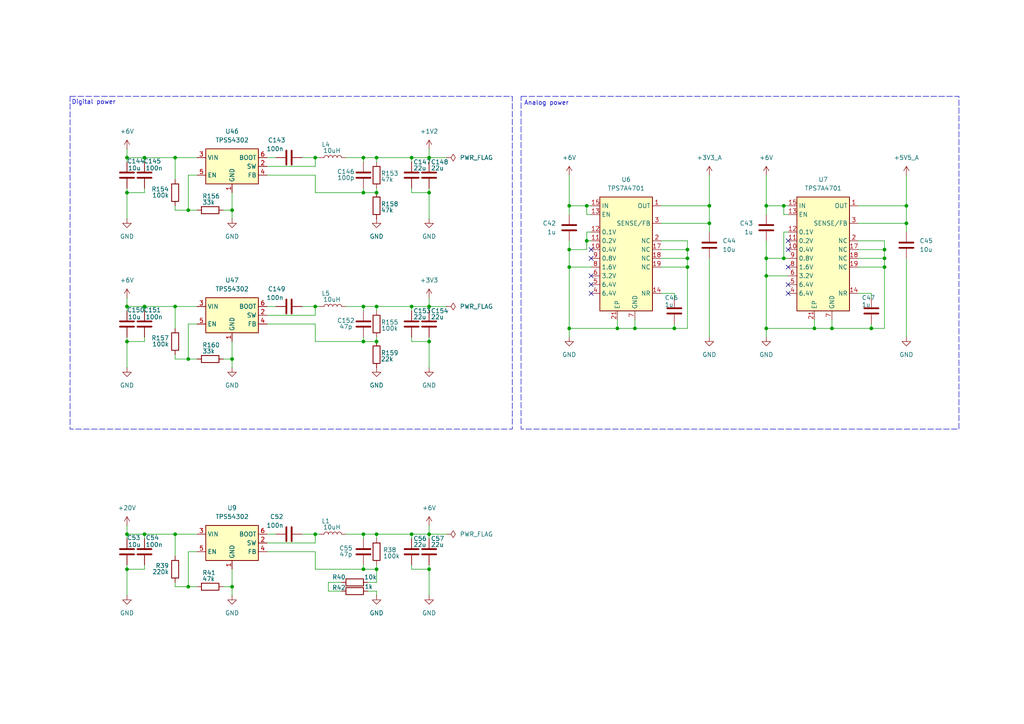
<source format=kicad_sch>
(kicad_sch (version 20250114) (generator "eeschema") (generator_version "9.0")
  (paper "A4")
  (lib_symbols
    (symbol "Device:C" (pin_numbers (hide yes)) (pin_names (offset 0.254))
      (property "Reference" "C" (at 0.635 2.54 0))
      (property "Value" "C" (at 0.635 -2.54 0))
      (symbol "C_0_1"
        (polyline (pts (xy -2.032 0.762) (xy 2.032 0.762)) (stroke (width 0.508)))
        (polyline (pts (xy -2.032 -0.762) (xy 2.032 -0.762)) (stroke (width 0.508)))
      )
      (symbol "C_1_1"
        (pin passive line (at 0 3.81 270) (length 2.794) (name "~") (number "1"))
        (pin passive line (at 0 -3.81 90) (length 2.794) (name "~") (number "2"))
      )
    )
    (symbol "Device:L" (pin_numbers (hide yes)) (pin_names (offset 1.016) (hide yes))
      (property "Reference" "L" (at -1.27 0 90))
      (property "Value" "L" (at 1.905 0 90))
      (symbol "L_0_1"
        (arc (start 0 2.54) (mid 0.6323 1.905) (end 0 1.27))
        (arc (start 0 1.27) (mid 0.6323 0.635) (end 0 0))
        (arc (start 0 0) (mid 0.6323 -0.635) (end 0 -1.27))
        (arc (start 0 -1.27) (mid 0.6323 -1.905) (end 0 -2.54))
      )
      (symbol "L_1_1"
        (pin passive line (at 0 3.81 270) (length 1.27) (name "1") (number "1"))
        (pin passive line (at 0 -3.81 90) (length 1.27) (name "2") (number "2"))
      )
    )
    (symbol "Device:R" (pin_numbers (hide yes)) (pin_names (offset 0))
      (property "Reference" "R" (at 2.032 0 90))
      (property "Value" "R" (at 0 0 90))
      (symbol "R_0_1"
        (rectangle (start -1.016 -2.54) (end 1.016 2.54) (stroke (width 0.254)))
      )
      (symbol "R_1_1"
        (pin passive line (at 0 3.81 270) (length 1.27) (name "~") (number "1"))
        (pin passive line (at 0 -3.81 90) (length 1.27) (name "~") (number "2"))
      )
    )
    (symbol "Regulator_Switching:TPS54302"
      (property "Reference" "U" (at -7.62 6.35 0))
      (property "Value" "TPS54302" (at 0 6.35 0))
      (symbol "TPS54302_0_1"
        (rectangle (start -7.62 5.08) (end 7.62 -5.08) (stroke (width 0.254)) (fill (type background)))
      )
      (symbol "TPS54302_1_1"
        (pin power_in line (at -10.16 2.54 0) (length 2.54) (name "VIN") (number "3"))
        (pin input line (at -10.16 -2.54 0) (length 2.54) (name "EN") (number "5"))
        (pin power_in line (at 0 -7.62 90) (length 2.54) (name "GND") (number "1"))
        (pin passive line (at 10.16 2.54 180) (length 2.54) (name "BOOT") (number "6"))
        (pin power_out line (at 10.16 0 180) (length 2.54) (name "SW") (number "2"))
        (pin input line (at 10.16 -2.54 180) (length 2.54) (name "FB") (number "4"))
      )
    )
    (symbol "power:+1V2" (power) (pin_numbers (hide yes)) (pin_names (offset 0) (hide yes))
      (property "Value" "+1V2" (at 0 3.556 0))
      (symbol "+1V2_0_1"
        (polyline (pts (xy -0.762 1.27) (xy 0 2.54)))
        (polyline (pts (xy 0 2.54) (xy 0.762 1.27)))
        (polyline (pts (xy 0 0) (xy 0 2.54)))
      )
      (symbol "+1V2_1_1"
        (pin power_in line (at 0 0 90) (length 0) (name "~") (number "1"))
      )
    )
    (symbol "power:+3V3" (power) (pin_numbers (hide yes)) (pin_names (offset 0) (hide yes))
      (property "Value" "+3V3" (at 0 3.556 0))
      (symbol "+3V3_0_1"
        (polyline (pts (xy -0.762 1.27) (xy 0 2.54)))
        (polyline (pts (xy 0 2.54) (xy 0.762 1.27)))
        (polyline (pts (xy 0 0) (xy 0 2.54)))
      )
      (symbol "+3V3_1_1"
        (pin power_in line (at 0 0 90) (length 0) (name "~") (number "1"))
      )
    )
    (symbol "power:+5V" (power) (pin_numbers (hide yes)) (pin_names (offset 0) (hide yes))
      (property "Value" "+5V" (at 0 3.556 0))
      (symbol "+5V_0_1"
        (polyline (pts (xy -0.762 1.27) (xy 0 2.54)))
        (polyline (pts (xy 0 2.54) (xy 0.762 1.27)))
        (polyline (pts (xy 0 0) (xy 0 2.54)))
      )
      (symbol "+5V_1_1"
        (pin power_in line (at 0 0 90) (length 0) (name "~") (number "1"))
      )
    )
    (symbol "power:+6V" (power) (pin_numbers (hide yes)) (pin_names (offset 0) (hide yes))
      (property "Value" "+6V" (at 0 3.556 0))
      (symbol "+6V_0_1"
        (polyline (pts (xy -0.762 1.27) (xy 0 2.54)))
        (polyline (pts (xy 0 2.54) (xy 0.762 1.27)))
        (polyline (pts (xy 0 0) (xy 0 2.54)))
      )
      (symbol "+6V_1_1"
        (pin power_in line (at 0 0 90) (length 0) (name "~") (number "1"))
      )
    )
    (symbol "power:GND" (power) (pin_numbers (hide yes)) (pin_names (offset 0) (hide yes))
      (property "Value" "GND" (at 0 -3.81 0))
      (symbol "GND_0_1"
        (polyline (pts (xy 0 0) (xy 0 -1.27) (xy 1.27 -1.27) (xy 0 -2.54) (xy -1.27 -1.27) (xy 0 -1.27)))
      )
      (symbol "GND_1_1"
        (pin power_in line (at 0 0 270) (length 0) (name "~") (number "1"))
      )
    )
    (symbol "power:PWR_FLAG" (power) (pin_numbers (hide yes)) (pin_names (offset 0) (hide yes))
      (property "Value" "PWR_FLAG" (at 0 3.81 0))
      (symbol "PWR_FLAG_0_0"
        (pin power_out line (at 0 0 90) (length 0) (name "~") (number "1"))
      )
      (symbol "PWR_FLAG_0_1"
        (polyline (pts (xy 0 0) (xy 0 1.27) (xy -1.016 1.905) (xy 0 2.54) (xy 1.016 1.905) (xy 0 1.27)))
      )
    )
    (symbol "tps7a4701:TPS7A4701xRGW"
      (property "Reference" "U" (at -6.35 19.05 0))
      (property "Value" "TPS7A4701xRGW" (at 3.81 19.05 0))
      (symbol "TPS7A4701xRGW_0_1"
        (rectangle (start -7.62 17.78) (end 7.62 -15.24) (stroke (width 0.254)) (fill (type background)))
      )
      (symbol "TPS7A4701xRGW_1_1"
        (pin power_in line (at -10.16 15.24 0) (length 2.54) (name "IN") (number "15"))
        (pin passive line (at -10.16 15.24 0) (length 2.54) (hide yes) (name "IN") (number "16"))
        (pin input line (at -10.16 12.7 0) (length 2.54) (name "EN") (number "13"))
        (pin input line (at -10.16 7.62 0) (length 2.54) (name "0.1V") (number "12"))
        (pin input line (at -10.16 5.08 0) (length 2.54) (name "0.2V") (number "11"))
        (pin input line (at -10.16 2.54 0) (length 2.54) (name "0.4V") (number "10"))
        (pin input line (at -10.16 0 0) (length 2.54) (name "0.8V") (number "9"))
        (pin input line (at -10.16 -2.54 0) (length 2.54) (name "1.6V") (number "8"))
        (pin input line (at -10.16 -5.08 0) (length 2.54) (name "3.2V") (number "6"))
        (pin input line (at -10.16 -7.62 0) (length 2.54) (name "6.4V") (number "5"))
        (pin input line (at -10.16 -10.16 0) (length 2.54) (name "6.4V") (number "4"))
        (pin passive line (at -2.54 -17.78 90) (length 2.54) (name "EP") (number "21"))
        (pin power_in line (at 2.54 -17.78 90) (length 2.54) (name "GND") (number "7"))
        (pin power_out line (at 10.16 15.24 180) (length 2.54) (name "OUT") (number "1"))
        (pin power_out line (at 10.16 15.24 180) (length 2.54) (hide yes) (name "OUT") (number "20"))
        (pin input line (at 10.16 10.16 180) (length 2.54) (name "SENSE/FB") (number "3"))
        (pin passive line (at 10.16 5.08 180) (length 2.54) (name "NC") (number "2"))
        (pin passive line (at 10.16 2.54 180) (length 2.54) (name "NC") (number "17"))
        (pin passive line (at 10.16 0 180) (length 2.54) (name "NC") (number "18"))
        (pin passive line (at 10.16 -2.54 180) (length 2.54) (name "NC") (number "19"))
        (pin passive line (at 10.16 -10.16 180) (length 2.54) (name "NR") (number "14"))
      )
    )
  )
  (rectangle (start 151.13 27.94) (end 278.13 124.46) (stroke (width 0) (type dash)))
  (rectangle (start 20.32 27.94) (end 148.59 124.46) (stroke (width 0) (type dash)))
  (text "Analog power" (at 158.496 29.972 0) (effects (font (size 1.27 1.27))))
  (text "Digital power" (at 27.178 29.718 0) (effects (font (size 1.27 1.27))))
  (junction (at 170.18 69.85))
  (junction (at 36.83 45.72))
  (junction (at 41.91 88.9))
  (junction (at 109.22 88.9))
  (junction (at 241.3 95.25))
  (junction (at 252.73 95.25))
  (junction (at 36.83 99.06))
  (junction (at 236.22 95.25))
  (junction (at 109.22 55.88))
  (junction (at 205.74 59.69))
  (junction (at 67.31 170.18))
  (junction (at 105.41 88.9))
  (junction (at 195.58 95.25))
  (junction (at 54.61 60.96))
  (junction (at 109.22 99.06))
  (junction (at 105.41 99.06))
  (junction (at 124.46 55.88))
  (junction (at 54.61 104.14))
  (junction (at 222.25 95.25))
  (junction (at 124.46 99.06))
  (junction (at 105.41 154.94))
  (junction (at 50.8 45.72))
  (junction (at 119.38 88.9))
  (junction (at 199.39 72.39))
  (junction (at 105.41 55.88))
  (junction (at 124.46 165.1))
  (junction (at 124.46 88.9))
  (junction (at 256.54 77.47))
  (junction (at 91.44 88.9))
  (junction (at 256.54 74.93))
  (junction (at 41.91 45.72))
  (junction (at 67.31 104.14))
  (junction (at 222.25 80.01))
  (junction (at 165.1 72.39))
  (junction (at 222.25 74.93))
  (junction (at 54.61 170.18))
  (junction (at 165.1 77.47))
  (junction (at 41.91 154.94))
  (junction (at 179.07 95.25))
  (junction (at 50.8 88.9))
  (junction (at 262.89 64.77))
  (junction (at 227.33 74.93))
  (junction (at 222.25 59.69))
  (junction (at 124.46 154.94))
  (junction (at 105.41 45.72))
  (junction (at 262.89 59.69))
  (junction (at 109.22 45.72))
  (junction (at 109.22 165.1))
  (junction (at 67.31 60.96))
  (junction (at 227.33 59.69))
  (junction (at 124.46 45.72))
  (junction (at 36.83 154.94))
  (junction (at 199.39 74.93))
  (junction (at 184.15 95.25))
  (junction (at 36.83 165.1))
  (junction (at 199.39 77.47))
  (junction (at 50.8 154.94))
  (junction (at 256.54 72.39))
  (junction (at 119.38 154.94))
  (junction (at 36.83 88.9))
  (junction (at 105.41 165.1))
  (junction (at 109.22 154.94))
  (junction (at 91.44 154.94))
  (junction (at 119.38 45.72))
  (junction (at 205.74 64.77))
  (junction (at 170.18 59.69))
  (junction (at 91.44 45.72))
  (junction (at 165.1 59.69))
  (junction (at 36.83 55.88))
  (junction (at 165.1 95.25))
  (no_connect (at 171.45 72.39))
  (no_connect (at 171.45 82.55))
  (no_connect (at 228.6 85.09))
  (no_connect (at 228.6 82.55))
  (no_connect (at 171.45 74.93))
  (no_connect (at 228.6 77.47))
  (no_connect (at 228.6 69.85))
  (no_connect (at 228.6 72.39))
  (no_connect (at 171.45 80.01))
  (no_connect (at 171.45 85.09))
  (wire (pts (xy 227.33 59.69) (xy 228.6 59.69)))
  (wire (pts (xy 241.3 92.71) (xy 241.3 95.25)))
  (wire (pts (xy 36.83 54.61) (xy 36.83 55.88)))
  (wire (pts (xy 50.8 60.96) (xy 50.8 59.69)))
  (wire (pts (xy 199.39 72.39) (xy 199.39 74.93)))
  (wire (pts (xy 199.39 77.47) (xy 199.39 95.25)))
  (wire (pts (xy 228.6 67.31) (xy 227.33 67.31)))
  (wire (pts (xy 248.92 77.47) (xy 256.54 77.47)))
  (wire (pts (xy 41.91 154.94) (xy 41.91 156.21)))
  (wire (pts (xy 109.22 154.94) (xy 109.22 156.21)))
  (wire (pts (xy 252.73 85.09) (xy 252.73 86.36)))
  (wire (pts (xy 77.47 91.44) (xy 91.44 91.44)))
  (wire (pts (xy 36.83 88.9) (xy 36.83 90.17)))
  (wire (pts (xy 91.44 45.72) (xy 92.71 45.72)))
  (wire (pts (xy 36.83 163.83) (xy 36.83 165.1)))
  (wire (pts (xy 248.92 74.93) (xy 256.54 74.93)))
  (wire (pts (xy 41.91 97.79) (xy 41.91 99.06)))
  (wire (pts (xy 191.77 74.93) (xy 199.39 74.93)))
  (wire (pts (xy 222.25 59.69) (xy 227.33 59.69)))
  (wire (pts (xy 54.61 170.18) (xy 57.15 170.18)))
  (wire (pts (xy 41.91 45.72) (xy 50.8 45.72)))
  (wire (pts (xy 105.41 163.83) (xy 105.41 165.1)))
  (wire (pts (xy 195.58 93.98) (xy 195.58 95.25)))
  (wire (pts (xy 91.44 88.9) (xy 91.44 91.44)))
  (wire (pts (xy 95.25 168.91) (xy 95.25 171.45)))
  (wire (pts (xy 171.45 67.31) (xy 170.18 67.31)))
  (wire (pts (xy 100.33 45.72) (xy 105.41 45.72)))
  (wire (pts (xy 124.46 165.1) (xy 124.46 172.72)))
  (wire (pts (xy 124.46 154.94) (xy 129.54 154.94)))
  (wire (pts (xy 248.92 59.69) (xy 262.89 59.69)))
  (wire (pts (xy 165.1 59.69) (xy 170.18 59.69)))
  (wire (pts (xy 227.33 62.23) (xy 227.33 59.69)))
  (wire (pts (xy 50.8 88.9) (xy 50.8 95.25)))
  (wire (pts (xy 124.46 88.9) (xy 129.54 88.9)))
  (wire (pts (xy 50.8 60.96) (xy 54.61 60.96)))
  (wire (pts (xy 109.22 171.45) (xy 109.22 172.72)))
  (wire (pts (xy 252.73 95.25) (xy 256.54 95.25)))
  (wire (pts (xy 165.1 62.23) (xy 165.1 59.69)))
  (wire (pts (xy 105.41 45.72) (xy 105.41 46.99)))
  (wire (pts (xy 119.38 88.9) (xy 119.38 90.17)))
  (wire (pts (xy 119.38 154.94) (xy 119.38 156.21)))
  (wire (pts (xy 54.61 60.96) (xy 57.15 60.96)))
  (wire (pts (xy 36.83 45.72) (xy 41.91 45.72)))
  (wire (pts (xy 36.83 88.9) (xy 41.91 88.9)))
  (wire (pts (xy 77.47 157.48) (xy 91.44 157.48)))
  (wire (pts (xy 109.22 54.61) (xy 109.22 55.88)))
  (wire (pts (xy 64.77 104.14) (xy 67.31 104.14)))
  (wire (pts (xy 191.77 72.39) (xy 199.39 72.39)))
  (wire (pts (xy 109.22 45.72) (xy 119.38 45.72)))
  (wire (pts (xy 106.68 171.45) (xy 109.22 171.45)))
  (wire (pts (xy 222.25 62.23) (xy 222.25 59.69)))
  (wire (pts (xy 67.31 165.1) (xy 67.31 170.18)))
  (wire (pts (xy 50.8 88.9) (xy 57.15 88.9)))
  (wire (pts (xy 262.89 67.31) (xy 262.89 64.77)))
  (wire (pts (xy 109.22 154.94) (xy 119.38 154.94)))
  (wire (pts (xy 54.61 50.8) (xy 54.61 60.96)))
  (wire (pts (xy 50.8 154.94) (xy 57.15 154.94)))
  (wire (pts (xy 124.46 154.94) (xy 119.38 154.94)))
  (wire (pts (xy 119.38 97.79) (xy 119.38 99.06)))
  (wire (pts (xy 170.18 59.69) (xy 171.45 59.69)))
  (wire (pts (xy 105.41 55.88) (xy 109.22 55.88)))
  (wire (pts (xy 54.61 93.98) (xy 54.61 104.14)))
  (wire (pts (xy 248.92 64.77) (xy 262.89 64.77)))
  (wire (pts (xy 105.41 88.9) (xy 109.22 88.9)))
  (wire (pts (xy 36.83 99.06) (xy 41.91 99.06)))
  (wire (pts (xy 191.77 64.77) (xy 205.74 64.77)))
  (wire (pts (xy 67.31 55.88) (xy 67.31 60.96)))
  (wire (pts (xy 241.3 95.25) (xy 252.73 95.25)))
  (wire (pts (xy 77.47 48.26) (xy 91.44 48.26)))
  (wire (pts (xy 109.22 165.1) (xy 109.22 168.91)))
  (wire (pts (xy 91.44 93.98) (xy 91.44 99.06)))
  (wire (pts (xy 256.54 77.47) (xy 256.54 95.25)))
  (wire (pts (xy 222.25 50.8) (xy 222.25 59.69)))
  (wire (pts (xy 80.01 45.72) (xy 77.47 45.72)))
  (wire (pts (xy 124.46 154.94) (xy 124.46 156.21)))
  (wire (pts (xy 248.92 72.39) (xy 256.54 72.39)))
  (wire (pts (xy 222.25 69.85) (xy 222.25 74.93)))
  (wire (pts (xy 252.73 93.98) (xy 252.73 95.25)))
  (wire (pts (xy 262.89 64.77) (xy 262.89 59.69)))
  (wire (pts (xy 119.38 45.72) (xy 119.38 46.99)))
  (wire (pts (xy 95.25 171.45) (xy 99.06 171.45)))
  (wire (pts (xy 87.63 154.94) (xy 91.44 154.94)))
  (wire (pts (xy 165.1 77.47) (xy 165.1 95.25)))
  (wire (pts (xy 36.83 165.1) (xy 36.83 172.72)))
  (wire (pts (xy 165.1 72.39) (xy 165.1 77.47)))
  (wire (pts (xy 67.31 60.96) (xy 67.31 63.5)))
  (wire (pts (xy 99.06 168.91) (xy 95.25 168.91)))
  (wire (pts (xy 124.46 99.06) (xy 124.46 106.68)))
  (wire (pts (xy 170.18 62.23) (xy 170.18 59.69)))
  (wire (pts (xy 77.47 50.8) (xy 91.44 50.8)))
  (wire (pts (xy 91.44 154.94) (xy 91.44 157.48)))
  (wire (pts (xy 36.83 165.1) (xy 41.91 165.1)))
  (wire (pts (xy 124.46 55.88) (xy 119.38 55.88)))
  (wire (pts (xy 191.77 77.47) (xy 199.39 77.47)))
  (wire (pts (xy 195.58 95.25) (xy 199.39 95.25)))
  (wire (pts (xy 67.31 170.18) (xy 67.31 172.72)))
  (wire (pts (xy 91.44 160.02) (xy 91.44 165.1)))
  (wire (pts (xy 91.44 99.06) (xy 105.41 99.06)))
  (wire (pts (xy 41.91 54.61) (xy 41.91 55.88)))
  (wire (pts (xy 100.33 88.9) (xy 105.41 88.9)))
  (wire (pts (xy 124.46 88.9) (xy 119.38 88.9)))
  (wire (pts (xy 57.15 50.8) (xy 54.61 50.8)))
  (wire (pts (xy 105.41 154.94) (xy 109.22 154.94)))
  (wire (pts (xy 222.25 80.01) (xy 228.6 80.01)))
  (wire (pts (xy 105.41 154.94) (xy 105.41 156.21)))
  (wire (pts (xy 199.39 74.93) (xy 199.39 77.47)))
  (wire (pts (xy 165.1 95.25) (xy 165.1 97.79)))
  (wire (pts (xy 205.74 67.31) (xy 205.74 64.77)))
  (wire (pts (xy 124.46 163.83) (xy 124.46 165.1)))
  (wire (pts (xy 205.74 59.69) (xy 205.74 50.8)))
  (wire (pts (xy 91.44 50.8) (xy 91.44 55.88)))
  (wire (pts (xy 165.1 69.85) (xy 165.1 72.39)))
  (wire (pts (xy 195.58 85.09) (xy 191.77 85.09)))
  (wire (pts (xy 227.33 74.93) (xy 228.6 74.93)))
  (wire (pts (xy 256.54 74.93) (xy 256.54 77.47)))
  (wire (pts (xy 124.46 152.4) (xy 124.46 154.94)))
  (wire (pts (xy 124.46 54.61) (xy 124.46 55.88)))
  (wire (pts (xy 36.83 55.88) (xy 41.91 55.88)))
  (wire (pts (xy 57.15 93.98) (xy 54.61 93.98)))
  (wire (pts (xy 67.31 104.14) (xy 67.31 106.68)))
  (wire (pts (xy 67.31 99.06) (xy 67.31 104.14)))
  (wire (pts (xy 105.41 45.72) (xy 109.22 45.72)))
  (wire (pts (xy 124.46 45.72) (xy 119.38 45.72)))
  (wire (pts (xy 36.83 45.72) (xy 36.83 46.99)))
  (wire (pts (xy 50.8 170.18) (xy 50.8 168.91)))
  (wire (pts (xy 124.46 86.36) (xy 124.46 88.9)))
  (wire (pts (xy 36.83 154.94) (xy 36.83 156.21)))
  (wire (pts (xy 64.77 170.18) (xy 67.31 170.18)))
  (wire (pts (xy 195.58 85.09) (xy 195.58 86.36)))
  (wire (pts (xy 91.44 45.72) (xy 91.44 48.26)))
  (wire (pts (xy 77.47 93.98) (xy 91.44 93.98)))
  (wire (pts (xy 109.22 88.9) (xy 109.22 90.17)))
  (wire (pts (xy 91.44 55.88) (xy 105.41 55.88)))
  (wire (pts (xy 50.8 154.94) (xy 50.8 161.29)))
  (wire (pts (xy 124.46 55.88) (xy 124.46 63.5)))
  (wire (pts (xy 91.44 88.9) (xy 92.71 88.9)))
  (wire (pts (xy 124.46 97.79) (xy 124.46 99.06)))
  (wire (pts (xy 41.91 163.83) (xy 41.91 165.1)))
  (wire (pts (xy 179.07 95.25) (xy 165.1 95.25)))
  (wire (pts (xy 119.38 163.83) (xy 119.38 165.1)))
  (wire (pts (xy 191.77 69.85) (xy 199.39 69.85)))
  (wire (pts (xy 227.33 62.23) (xy 228.6 62.23)))
  (wire (pts (xy 109.22 88.9) (xy 119.38 88.9)))
  (wire (pts (xy 36.83 99.06) (xy 36.83 106.68)))
  (wire (pts (xy 80.01 154.94) (xy 77.47 154.94)))
  (wire (pts (xy 124.46 45.72) (xy 129.54 45.72)))
  (wire (pts (xy 119.38 54.61) (xy 119.38 55.88)))
  (wire (pts (xy 36.83 86.36) (xy 36.83 88.9)))
  (wire (pts (xy 184.15 95.25) (xy 179.07 95.25)))
  (wire (pts (xy 105.41 97.79) (xy 105.41 99.06)))
  (wire (pts (xy 124.46 99.06) (xy 119.38 99.06)))
  (wire (pts (xy 91.44 165.1) (xy 105.41 165.1)))
  (wire (pts (xy 41.91 45.72) (xy 41.91 46.99)))
  (wire (pts (xy 170.18 67.31) (xy 170.18 69.85)))
  (wire (pts (xy 64.77 60.96) (xy 67.31 60.96)))
  (wire (pts (xy 179.07 92.71) (xy 179.07 95.25)))
  (wire (pts (xy 36.83 55.88) (xy 36.83 63.5)))
  (wire (pts (xy 262.89 59.69) (xy 262.89 50.8)))
  (wire (pts (xy 252.73 85.09) (xy 248.92 85.09)))
  (wire (pts (xy 222.25 80.01) (xy 222.25 95.25)))
  (wire (pts (xy 124.46 45.72) (xy 124.46 46.99)))
  (wire (pts (xy 87.63 45.72) (xy 91.44 45.72)))
  (wire (pts (xy 170.18 62.23) (xy 171.45 62.23)))
  (wire (pts (xy 199.39 69.85) (xy 199.39 72.39)))
  (wire (pts (xy 205.74 64.77) (xy 205.74 59.69)))
  (wire (pts (xy 184.15 95.25) (xy 195.58 95.25)))
  (wire (pts (xy 256.54 69.85) (xy 256.54 72.39)))
  (wire (pts (xy 41.91 88.9) (xy 50.8 88.9)))
  (wire (pts (xy 100.33 154.94) (xy 105.41 154.94)))
  (wire (pts (xy 87.63 88.9) (xy 91.44 88.9)))
  (wire (pts (xy 222.25 74.93) (xy 227.33 74.93)))
  (wire (pts (xy 109.22 97.79) (xy 109.22 99.06)))
  (wire (pts (xy 36.83 43.18) (xy 36.83 45.72)))
  (wire (pts (xy 50.8 45.72) (xy 50.8 52.07)))
  (wire (pts (xy 236.22 92.71) (xy 236.22 95.25)))
  (wire (pts (xy 248.92 69.85) (xy 256.54 69.85)))
  (wire (pts (xy 41.91 154.94) (xy 50.8 154.94)))
  (wire (pts (xy 184.15 92.71) (xy 184.15 95.25)))
  (wire (pts (xy 191.77 59.69) (xy 205.74 59.69)))
  (wire (pts (xy 105.41 88.9) (xy 105.41 90.17)))
  (wire (pts (xy 41.91 88.9) (xy 41.91 90.17)))
  (wire (pts (xy 262.89 97.79) (xy 262.89 74.93)))
  (wire (pts (xy 50.8 104.14) (xy 54.61 104.14)))
  (wire (pts (xy 36.83 152.4) (xy 36.83 154.94)))
  (wire (pts (xy 50.8 45.72) (xy 57.15 45.72)))
  (wire (pts (xy 80.01 88.9) (xy 77.47 88.9)))
  (wire (pts (xy 205.74 97.79) (xy 205.74 74.93)))
  (wire (pts (xy 91.44 154.94) (xy 92.71 154.94)))
  (wire (pts (xy 106.68 168.91) (xy 109.22 168.91)))
  (wire (pts (xy 171.45 69.85) (xy 170.18 69.85)))
  (wire (pts (xy 222.25 74.93) (xy 222.25 80.01)))
  (wire (pts (xy 50.8 104.14) (xy 50.8 102.87)))
  (wire (pts (xy 165.1 77.47) (xy 171.45 77.47)))
  (wire (pts (xy 124.46 43.18) (xy 124.46 45.72)))
  (wire (pts (xy 105.41 54.61) (xy 105.41 55.88)))
  (wire (pts (xy 36.83 97.79) (xy 36.83 99.06)))
  (wire (pts (xy 105.41 165.1) (xy 109.22 165.1)))
  (wire (pts (xy 124.46 88.9) (xy 124.46 90.17)))
  (wire (pts (xy 241.3 95.25) (xy 236.22 95.25)))
  (wire (pts (xy 36.83 154.94) (xy 41.91 154.94)))
  (wire (pts (xy 165.1 50.8) (xy 165.1 59.69)))
  (wire (pts (xy 227.33 67.31) (xy 227.33 74.93)))
  (wire (pts (xy 77.47 160.02) (xy 91.44 160.02)))
  (wire (pts (xy 170.18 69.85) (xy 170.18 72.39)))
  (wire (pts (xy 54.61 104.14) (xy 57.15 104.14)))
  (wire (pts (xy 54.61 160.02) (xy 54.61 170.18)))
  (wire (pts (xy 109.22 45.72) (xy 109.22 46.99)))
  (wire (pts (xy 57.15 160.02) (xy 54.61 160.02)))
  (wire (pts (xy 124.46 165.1) (xy 119.38 165.1)))
  (wire (pts (xy 105.41 99.06) (xy 109.22 99.06)))
  (wire (pts (xy 222.25 95.25) (xy 222.25 97.79)))
  (wire (pts (xy 109.22 163.83) (xy 109.22 165.1)))
  (wire (pts (xy 256.54 72.39) (xy 256.54 74.93)))
  (wire (pts (xy 50.8 170.18) (xy 54.61 170.18)))
  (wire (pts (xy 170.18 72.39) (xy 165.1 72.39)))
  (wire (pts (xy 236.22 95.25) (xy 222.25 95.25)))
  (symbol (lib_id "Device:C") (at 195.58 90.17 0) (unit 1)
    (property "Reference" "C46" (at 192.786 86.36 0) (effects (justify left)))
    (property "Value" "1u" (at 192.786 88.392 0) (effects (justify left)))
    (property "Footprint" "Capacitor_SMD:C_0805_2012Metric" (effects (hide yes)))
    (property "Description" "Unpolarized capacitor" (effects (hide yes)))
    (property "LCSC" "C28323" (effects (hide yes)))
  )
  (symbol (lib_id "Device:R") (at 50.8 99.06 0) (mirror y) (unit 1)
    (property "Reference" "R157" (at 49.022 98.044 0) (effects (justify left)))
    (property "Value" "100k" (at 49.022 99.822 0) (effects (justify left)))
    (property "Footprint" "Resistor_SMD:R_0603_1608Metric" (effects (hide yes)))
    (property "Description" "Resistor" (effects (hide yes)))
    (property "LCSC" "C22961" (effects (hide yes)))
  )
  (symbol (lib_id "Device:R") (at 102.87 171.45 270) (unit 1)
    (property "Reference" "R42" (at 98.298 170.434 90))
    (property "Value" "1k" (at 106.934 170.18 90))
    (property "Footprint" "Resistor_SMD:R_0402_1005Metric" (effects (hide yes)))
    (property "Description" "Resistor" (effects (hide yes)))
    (property "LCSC" "C11702" (effects (hide yes)))
  )
  (symbol (lib_id "Device:C") (at 83.82 45.72 90) (unit 1)
    (property "Reference" "C143" (at 80.264 40.64 90))
    (property "Value" "100n" (at 79.756 43.18 90))
    (property "Footprint" "Capacitor_SMD:C_0402_1005Metric" (effects (hide yes)))
    (property "Description" "Unpolarized capacitor" (effects (hide yes)))
    (property "LCSC" "C307331" (effects (hide yes)))
  )
  (symbol (lib_id "power:GND") (at 165.1 97.79 0) (unit 1)
    (property "Reference" "#PWR058" (effects (hide yes)))
    (property "Value" "GND" (at 165.1 102.87 0))
    (property "Description" "Power symbol creates a global label with name \"GND\" , ground" (effects (hide yes)))
  )
  (symbol (lib_id "Device:C") (at 41.91 50.8 180) (unit 1)
    (property "Reference" "C145" (at 44.196 46.736 0))
    (property "Value" "100n" (at 44.704 48.768 0))
    (property "Footprint" "Capacitor_SMD:C_0402_1005Metric" (effects (hide yes)))
    (property "Description" "Unpolarized capacitor" (effects (hide yes)))
    (property "LCSC" "C307331" (effects (hide yes)))
  )
  (symbol (lib_id "Device:C") (at 222.25 66.04 0) (mirror y) (unit 1)
    (property "Reference" "C43" (at 218.44 64.7699 0) (effects (justify left)))
    (property "Value" "1u" (at 218.44 67.3099 0) (effects (justify left)))
    (property "Footprint" "Capacitor_SMD:C_0805_2012Metric" (effects (hide yes)))
    (property "Description" "Unpolarized capacitor" (effects (hide yes)))
    (property "LCSC" "C28323" (effects (hide yes)))
  )
  (symbol (lib_id "Device:C") (at 165.1 66.04 0) (mirror y) (unit 1)
    (property "Reference" "C42" (at 161.29 64.7699 0) (effects (justify left)))
    (property "Value" "1u" (at 161.29 67.3099 0) (effects (justify left)))
    (property "Footprint" "Capacitor_SMD:C_0805_2012Metric" (effects (hide yes)))
    (property "Description" "Unpolarized capacitor" (effects (hide yes)))
    (property "LCSC" "C28323" (effects (hide yes)))
  )
  (symbol (lib_id "power:GND") (at 262.89 97.79 0) (unit 1)
    (property "Reference" "#PWR061" (effects (hide yes)))
    (property "Value" "GND" (at 262.89 102.87 0))
    (property "Description" "Power symbol creates a global label with name \"GND\" , ground" (effects (hide yes)))
  )
  (symbol (lib_id "power:+1V2") (at 124.46 43.18 0) (unit 1)
    (property "Reference" "#PWR0227" (effects (hide yes)))
    (property "Value" "+1V2" (at 124.46 38.1 0))
    (property "Description" "Power symbol creates a global label with name \"+1V2\"" (effects (hide yes)))
  )
  (symbol (lib_id "Device:C") (at 36.83 93.98 0) (unit 1)
    (property "Reference" "C150" (at 36.83 89.916 0) (effects (justify left)))
    (property "Value" "10u" (at 37.084 91.948 0) (effects (justify left)))
    (property "Footprint" "Capacitor_SMD:C_1206_3216Metric" (effects (hide yes)))
    (property "Description" "Unpolarized capacitor" (effects (hide yes)))
    (property "LCSC" "C13585" (effects (hide yes)))
  )
  (symbol (lib_id "power:GND") (at 124.46 63.5 0) (unit 1)
    (property "Reference" "#PWR0222" (effects (hide yes)))
    (property "Value" "GND" (at 124.46 68.58 0))
    (property "Description" "Power symbol creates a global label with name \"GND\" , ground" (effects (hide yes)))
  )
  (symbol (lib_id "Device:C") (at 252.73 90.17 0) (unit 1)
    (property "Reference" "C47" (at 249.936 86.36 0) (effects (justify left)))
    (property "Value" "1u" (at 249.936 88.392 0) (effects (justify left)))
    (property "Footprint" "Capacitor_SMD:C_0805_2012Metric" (effects (hide yes)))
    (property "Description" "Unpolarized capacitor" (effects (hide yes)))
    (property "LCSC" "C28323" (effects (hide yes)))
  )
  (symbol (lib_id "power:+5V") (at 36.83 152.4 0) (unit 1)
    (property "Reference" "#PWR065" (effects (hide yes)))
    (property "Value" "+20V" (at 36.83 147.32 0))
    (property "Description" "Power symbol creates a global label with name \"+5V\"" (effects (hide yes)))
  )
  (symbol (lib_id "Regulator_Switching:TPS54302") (at 67.31 157.48 0) (unit 1)
    (property "Reference" "U9" (at 67.31 147.32 0))
    (property "Value" "TPS54302" (at 67.31 149.86 0))
    (property "Footprint" "Package_TO_SOT_SMD:SOT-23-6" (effects (hide yes)))
    (property "Datasheet" "http://www.ti.com/lit/ds/symlink/tps54302.pdf" (effects (hide yes)))
    (property "Description" "3A, 4.5 to 28V Input, EMI Friendly integrated switch synchronous step-down regulator, pulse-skipping, SOT-23-6" (effects (hide yes)))
    (property "LCSC" "C129370" (effects (hide yes)))
  )
  (symbol (lib_id "power:GND") (at 67.31 63.5 0) (unit 1)
    (property "Reference" "#PWR0220" (effects (hide yes)))
    (property "Value" "GND" (at 67.31 68.58 0))
    (property "Description" "Power symbol creates a global label with name \"GND\" , ground" (effects (hide yes)))
  )
  (symbol (lib_id "Device:R") (at 60.96 60.96 270) (mirror x) (unit 1)
    (property "Reference" "R156" (at 58.674 56.896 90) (effects (justify left)))
    (property "Value" "33k" (at 58.674 58.674 90) (effects (justify left)))
    (property "Footprint" "Resistor_SMD:R_0402_1005Metric" (effects (hide yes)))
    (property "Description" "Resistor" (effects (hide yes)))
    (property "LCSC" "C25792" (effects (hide yes)))
  )
  (symbol (lib_id "Device:C") (at 83.82 154.94 90) (unit 1)
    (property "Reference" "C52" (at 80.264 149.86 90))
    (property "Value" "100n" (at 79.756 152.4 90))
    (property "Footprint" "Capacitor_SMD:C_0402_1005Metric" (effects (hide yes)))
    (property "Description" "Unpolarized capacitor" (effects (hide yes)))
    (property "LCSC" "C307331" (effects (hide yes)))
  )
  (symbol (lib_id "power:GND") (at 67.31 106.68 0) (unit 1)
    (property "Reference" "#PWR0224" (effects (hide yes)))
    (property "Value" "GND" (at 67.31 111.76 0))
    (property "Description" "Power symbol creates a global label with name \"GND\" , ground" (effects (hide yes)))
  )
  (symbol (lib_id "power:GND") (at 109.22 106.68 0) (unit 1)
    (property "Reference" "#PWR0225" (effects (hide yes)))
    (property "Value" "GND" (at 109.22 111.76 0))
    (property "Description" "Power symbol creates a global label with name \"GND\" , ground" (effects (hide yes)))
  )
  (symbol (lib_id "power:PWR_FLAG") (at 129.54 45.72 270) (unit 1)
    (property "Reference" "#FLG015" (effects (hide yes)))
    (property "Value" "PWR_FLAG" (at 133.35 45.7199 90) (effects (justify left)))
    (property "Description" "Special symbol for telling ERC where power comes from" (effects (hide yes)))
  )
  (symbol (lib_id "power:+3V3") (at 205.74 50.8 0) (unit 1)
    (property "Reference" "#PWR050" (effects (hide yes)))
    (property "Value" "+3V3_A" (at 205.74 45.72 0))
    (property "Description" "Power symbol creates a global label with name \"+3V3\"" (effects (hide yes)))
  )
  (symbol (lib_id "Device:R") (at 60.96 170.18 270) (mirror x) (unit 1)
    (property "Reference" "R41" (at 58.674 166.116 90) (effects (justify left)))
    (property "Value" "47k" (at 58.674 167.894 90) (effects (justify left)))
    (property "Footprint" "Resistor_SMD:R_0402_1005Metric" (effects (hide yes)))
    (property "Description" "Resistor" (effects (hide yes)))
    (property "LCSC" "C25792" (effects (hide yes)))
  )
  (symbol (lib_id "Device:C") (at 119.38 50.8 180) (unit 1)
    (property "Reference" "C147" (at 119.888 46.99 0) (effects (justify right)))
    (property "Value" "22u" (at 119.888 48.7681 0) (effects (justify right)))
    (property "Footprint" "Capacitor_SMD:C_0603_1608Metric" (effects (hide yes)))
    (property "Description" "Unpolarized capacitor" (effects (hide yes)))
    (property "LCSC" "C59461" (effects (hide yes)))
  )
  (symbol (lib_id "power:+3V3") (at 262.89 50.8 0) (unit 1)
    (property "Reference" "#PWR052" (effects (hide yes)))
    (property "Value" "+5V5_A" (at 262.89 45.72 0))
    (property "Description" "Power symbol creates a global label with name \"+3V3\"" (effects (hide yes)))
  )
  (symbol (lib_id "power:GND") (at 124.46 172.72 0) (unit 1)
    (property "Reference" "#PWR070" (effects (hide yes)))
    (property "Value" "GND" (at 124.46 177.8 0))
    (property "Description" "Power symbol creates a global label with name \"GND\" , ground" (effects (hide yes)))
  )
  (symbol (lib_id "power:GND") (at 124.46 106.68 0) (unit 1)
    (property "Reference" "#PWR0226" (effects (hide yes)))
    (property "Value" "GND" (at 124.46 111.76 0))
    (property "Description" "Power symbol creates a global label with name \"GND\" , ground" (effects (hide yes)))
  )
  (symbol (lib_id "Device:C") (at 105.41 50.8 180) (unit 1)
    (property "Reference" "C146" (at 100.33 49.784 0))
    (property "Value" "100p" (at 100.33 51.562 0))
    (property "Footprint" "Capacitor_SMD:C_0402_1005Metric" (effects (hide yes)))
    (property "Description" "Unpolarized capacitor" (effects (hide yes)))
    (property "LCSC" "C1567" (effects (hide yes)))
  )
  (symbol (lib_id "power:+6V") (at 124.46 152.4 0) (unit 1)
    (property "Reference" "#PWR066" (effects (hide yes)))
    (property "Value" "+6V" (at 124.46 147.32 0))
    (property "Description" "Power symbol creates a global label with name \"+6V\"" (effects (hide yes)))
  )
  (symbol (lib_id "power:+6V") (at 36.83 86.36 0) (unit 1)
    (property "Reference" "#PWR0218" (effects (hide yes)))
    (property "Value" "+6V" (at 36.83 81.28 0))
    (property "Description" "Power symbol creates a global label with name \"+6V\"" (effects (hide yes)))
  )
  (symbol (lib_id "power:PWR_FLAG") (at 129.54 154.94 270) (unit 1)
    (property "Reference" "#FLG04" (effects (hide yes)))
    (property "Value" "PWR_FLAG" (at 133.35 154.9399 90) (effects (justify left)))
    (property "Description" "Special symbol for telling ERC where power comes from" (effects (hide yes)))
  )
  (symbol (lib_id "tps7a4701:TPS7A4701xRGW") (at 238.76 74.93 0) (unit 1)
    (property "Reference" "U7" (at 238.76 52.07 0))
    (property "Value" "TPS7A4701" (at 238.76 54.61 0))
    (property "Footprint" "Package_DFN_QFN:Texas_RGW0020A_VQFN-20-1EP_5x5mm_P0.65mm_EP3.15x3.15mm_ThermalVias" (effects (hide yes)))
    (property "Datasheet" "https://www.ti.com/lit/ds/symlink/tps7a47.pdf" (effects (hide yes)))
    (property "Description" "1A, Low-Noise Low-Dropout Voltage Regulator, 3-35V Input, Adjustable 1.4-34V Output, VQFN-20" (effects (hide yes)))
    (property "LCSC" "C90084" (effects (hide yes)))
  )
  (symbol (lib_id "power:+6V") (at 222.25 50.8 0) (unit 1)
    (property "Reference" "#PWR051" (effects (hide yes)))
    (property "Value" "+6V" (at 222.25 45.72 0))
    (property "Description" "Power symbol creates a global label with name \"+6V\"" (effects (hide yes)))
  )
  (symbol (lib_id "Device:C") (at 105.41 160.02 180) (unit 1)
    (property "Reference" "C55" (at 100.33 159.004 0))
    (property "Value" "47p" (at 100.33 160.782 0))
    (property "Footprint" "Capacitor_SMD:C_0402_1005Metric" (effects (hide yes)))
    (property "Description" "Unpolarized capacitor" (effects (hide yes)))
    (property "LCSC" "C1567" (effects (hide yes)))
  )
  (symbol (lib_id "power:+6V") (at 36.83 43.18 0) (unit 1)
    (property "Reference" "#PWR0217" (effects (hide yes)))
    (property "Value" "+6V" (at 36.83 38.1 0))
    (property "Description" "Power symbol creates a global label with name \"+6V\"" (effects (hide yes)))
  )
  (symbol (lib_id "power:GND") (at 205.74 97.79 0) (unit 1)
    (property "Reference" "#PWR059" (effects (hide yes)))
    (property "Value" "GND" (at 205.74 102.87 0))
    (property "Description" "Power symbol creates a global label with name \"GND\" , ground" (effects (hide yes)))
  )
  (symbol (lib_id "Device:R") (at 60.96 104.14 270) (mirror x) (unit 1)
    (property "Reference" "R160" (at 58.674 100.076 90) (effects (justify left)))
    (property "Value" "33k" (at 58.674 101.854 90) (effects (justify left)))
    (property "Footprint" "Resistor_SMD:R_0402_1005Metric" (effects (hide yes)))
    (property "Description" "Resistor" (effects (hide yes)))
    (property "LCSC" "C25792" (effects (hide yes)))
  )
  (symbol (lib_id "Device:R") (at 109.22 93.98 180) (unit 1)
    (property "Reference" "R155" (at 113.03 93.472 0))
    (property "Value" "100k" (at 113.03 95.25 0))
    (property "Footprint" "Resistor_SMD:R_0402_1005Metric" (effects (hide yes)))
    (property "Description" "Resistor" (effects (hide yes)))
    (property "LCSC" "C25741" (effects (hide yes)))
  )
  (symbol (lib_id "power:GND") (at 36.83 172.72 0) (unit 1)
    (property "Reference" "#PWR067" (effects (hide yes)))
    (property "Value" "GND" (at 36.83 177.8 0))
    (property "Description" "Power symbol creates a global label with name \"GND\" , ground" (effects (hide yes)))
  )
  (symbol (lib_id "power:GND") (at 36.83 106.68 0) (unit 1)
    (property "Reference" "#PWR0223" (effects (hide yes)))
    (property "Value" "GND" (at 36.83 111.76 0))
    (property "Description" "Power symbol creates a global label with name \"GND\" , ground" (effects (hide yes)))
  )
  (symbol (lib_id "Device:R") (at 102.87 168.91 270) (unit 1)
    (property "Reference" "R40" (at 98.298 167.386 90))
    (property "Value" "10k" (at 107.442 167.386 90))
    (property "Footprint" "Resistor_SMD:R_0402_1005Metric" (effects (hide yes)))
    (property "Description" "Resistor" (effects (hide yes)))
    (property "LCSC" "C25744" (effects (hide yes)))
  )
  (symbol (lib_id "power:GND") (at 109.22 63.5 0) (unit 1)
    (property "Reference" "#PWR0221" (effects (hide yes)))
    (property "Value" "GND" (at 109.22 68.58 0))
    (property "Description" "Power symbol creates a global label with name \"GND\" , ground" (effects (hide yes)))
  )
  (symbol (lib_id "Device:R") (at 50.8 55.88 0) (mirror y) (unit 1)
    (property "Reference" "R154" (at 49.022 54.864 0) (effects (justify left)))
    (property "Value" "100k" (at 49.022 56.642 0) (effects (justify left)))
    (property "Footprint" "Resistor_SMD:R_0603_1608Metric" (effects (hide yes)))
    (property "Description" "Resistor" (effects (hide yes)))
    (property "LCSC" "C22961" (effects (hide yes)))
  )
  (symbol (lib_id "power:+3V3") (at 124.46 86.36 0) (unit 1)
    (property "Reference" "#PWR0228" (effects (hide yes)))
    (property "Value" "+3V3" (at 124.46 81.28 0))
    (property "Description" "Power symbol creates a global label with name \"+3V3\"" (effects (hide yes)))
  )
  (symbol (lib_id "Device:C") (at 41.91 93.98 180) (unit 1)
    (property "Reference" "C151" (at 44.196 89.916 0))
    (property "Value" "100n" (at 44.704 91.948 0))
    (property "Footprint" "Capacitor_SMD:C_0402_1005Metric" (effects (hide yes)))
    (property "Description" "Unpolarized capacitor" (effects (hide yes)))
    (property "LCSC" "C307331" (effects (hide yes)))
  )
  (symbol (lib_id "Regulator_Switching:TPS54302") (at 67.31 48.26 0) (unit 1)
    (property "Reference" "U46" (at 67.31 38.1 0))
    (property "Value" "TPS54302" (at 67.31 40.64 0))
    (property "Footprint" "Package_TO_SOT_SMD:SOT-23-6" (effects (hide yes)))
    (property "Datasheet" "http://www.ti.com/lit/ds/symlink/tps54302.pdf" (effects (hide yes)))
    (property "Description" "3A, 4.5 to 28V Input, EMI Friendly integrated switch synchronous step-down regulator, pulse-skipping, SOT-23-6" (effects (hide yes)))
    (property "LCSC" "C129370" (effects (hide yes)))
  )
  (symbol (lib_id "power:PWR_FLAG") (at 129.54 88.9 270) (unit 1)
    (property "Reference" "#FLG016" (effects (hide yes)))
    (property "Value" "PWR_FLAG" (at 133.35 88.8999 90) (effects (justify left)))
    (property "Description" "Special symbol for telling ERC where power comes from" (effects (hide yes)))
  )
  (symbol (lib_id "Device:R") (at 109.22 102.87 180) (unit 1)
    (property "Reference" "R159" (at 113.03 102.362 0))
    (property "Value" "22k" (at 112.268 104.14 0))
    (property "Footprint" "Resistor_SMD:R_0402_1005Metric" (effects (hide yes)))
    (property "Description" "Resistor" (effects (hide yes)))
    (property "LCSC" "C25768" (effects (hide yes)))
  )
  (symbol (lib_id "Device:C") (at 36.83 160.02 0) (unit 1)
    (property "Reference" "C53" (at 36.83 155.956 0) (effects (justify left)))
    (property "Value" "10u" (at 37.084 157.988 0) (effects (justify left)))
    (property "Footprint" "Capacitor_SMD:C_1206_3216Metric" (effects (hide yes)))
    (property "Description" "Unpolarized capacitor" (effects (hide yes)))
    (property "LCSC" "C13585" (effects (hide yes)))
  )
  (symbol (lib_id "Device:C") (at 105.41 93.98 180) (unit 1)
    (property "Reference" "C152" (at 100.33 92.964 0))
    (property "Value" "47p" (at 100.33 94.742 0))
    (property "Footprint" "Capacitor_SMD:C_0402_1005Metric" (effects (hide yes)))
    (property "Description" "Unpolarized capacitor" (effects (hide yes)))
    (property "LCSC" "C1567" (effects (hide yes)))
  )
  (symbol (lib_id "Device:C") (at 124.46 50.8 180) (unit 1)
    (property "Reference" "C148" (at 124.968 46.99 0) (effects (justify right)))
    (property "Value" "22u" (at 124.968 48.7681 0) (effects (justify right)))
    (property "Footprint" "Capacitor_SMD:C_0603_1608Metric" (effects (hide yes)))
    (property "Description" "Unpolarized capacitor" (effects (hide yes)))
    (property "LCSC" "C59461" (effects (hide yes)))
  )
  (symbol (lib_id "Device:C") (at 119.38 160.02 180) (unit 1)
    (property "Reference" "C56" (at 119.888 156.21 0) (effects (justify right)))
    (property "Value" "22u" (at 119.888 157.9881 0) (effects (justify right)))
    (property "Footprint" "Capacitor_SMD:C_0603_1608Metric" (effects (hide yes)))
    (property "Description" "Unpolarized capacitor" (effects (hide yes)))
    (property "LCSC" "C59461" (effects (hide yes)))
  )
  (symbol (lib_id "Device:C") (at 205.74 71.12 0) (unit 1)
    (property "Reference" "C44" (at 209.55 69.8499 0) (effects (justify left)))
    (property "Value" "10u" (at 209.55 72.3899 0) (effects (justify left)))
    (property "Footprint" "Capacitor_SMD:C_1206_3216Metric" (effects (hide yes)))
    (property "Description" "Unpolarized capacitor" (effects (hide yes)))
    (property "LCSC" "C13585" (effects (hide yes)))
  )
  (symbol (lib_id "Device:R") (at 109.22 59.69 180) (unit 1)
    (property "Reference" "R158" (at 113.03 59.182 0))
    (property "Value" "47k" (at 112.268 60.96 0))
    (property "Footprint" "Resistor_SMD:R_0402_1005Metric" (effects (hide yes)))
    (property "Description" "Resistor" (effects (hide yes)))
    (property "LCSC" "C25792" (effects (hide yes)))
  )
  (symbol (lib_id "Device:C") (at 119.38 93.98 180) (unit 1)
    (property "Reference" "C153" (at 119.888 90.17 0) (effects (justify right)))
    (property "Value" "22u" (at 119.888 91.9481 0) (effects (justify right)))
    (property "Footprint" "Capacitor_SMD:C_0603_1608Metric" (effects (hide yes)))
    (property "Description" "Unpolarized capacitor" (effects (hide yes)))
    (property "LCSC" "C59461" (effects (hide yes)))
  )
  (symbol (lib_id "Device:C") (at 124.46 93.98 180) (unit 1)
    (property "Reference" "C154" (at 124.968 90.17 0) (effects (justify right)))
    (property "Value" "22u" (at 124.968 91.9481 0) (effects (justify right)))
    (property "Footprint" "Capacitor_SMD:C_0603_1608Metric" (effects (hide yes)))
    (property "Description" "Unpolarized capacitor" (effects (hide yes)))
    (property "LCSC" "C59461" (effects (hide yes)))
  )
  (symbol (lib_id "Device:C") (at 36.83 50.8 0) (unit 1)
    (property "Reference" "C144" (at 36.83 46.736 0) (effects (justify left)))
    (property "Value" "10u" (at 37.084 48.768 0) (effects (justify left)))
    (property "Footprint" "Capacitor_SMD:C_1206_3216Metric" (effects (hide yes)))
    (property "Description" "Unpolarized capacitor" (effects (hide yes)))
    (property "LCSC" "C13585" (effects (hide yes)))
  )
  (symbol (lib_id "Device:C") (at 124.46 160.02 180) (unit 1)
    (property "Reference" "C57" (at 124.968 156.21 0) (effects (justify right)))
    (property "Value" "22u" (at 124.968 157.9881 0) (effects (justify right)))
    (property "Footprint" "Capacitor_SMD:C_0603_1608Metric" (effects (hide yes)))
    (property "Description" "Unpolarized capacitor" (effects (hide yes)))
    (property "LCSC" "C59461" (effects (hide yes)))
  )
  (symbol (lib_id "Regulator_Switching:TPS54302") (at 67.31 91.44 0) (unit 1)
    (property "Reference" "U47" (at 67.31 81.28 0))
    (property "Value" "TPS54302" (at 67.31 83.82 0))
    (property "Footprint" "Package_TO_SOT_SMD:SOT-23-6" (effects (hide yes)))
    (property "Datasheet" "http://www.ti.com/lit/ds/symlink/tps54302.pdf" (effects (hide yes)))
    (property "Description" "3A, 4.5 to 28V Input, EMI Friendly integrated switch synchronous step-down regulator, pulse-skipping, SOT-23-6" (effects (hide yes)))
    (property "LCSC" "C129370" (effects (hide yes)))
  )
  (symbol (lib_id "power:+6V") (at 165.1 50.8 0) (unit 1)
    (property "Reference" "#PWR049" (effects (hide yes)))
    (property "Value" "+6V" (at 165.1 45.72 0))
    (property "Description" "Power symbol creates a global label with name \"+6V\"" (effects (hide yes)))
  )
  (symbol (lib_id "power:GND") (at 222.25 97.79 0) (unit 1)
    (property "Reference" "#PWR060" (effects (hide yes)))
    (property "Value" "GND" (at 222.25 102.87 0))
    (property "Description" "Power symbol creates a global label with name \"GND\" , ground" (effects (hide yes)))
  )
  (symbol (lib_id "Device:C") (at 262.89 71.12 0) (unit 1)
    (property "Reference" "C45" (at 266.7 69.8499 0) (effects (justify left)))
    (property "Value" "10u" (at 266.7 72.3899 0) (effects (justify left)))
    (property "Footprint" "Capacitor_SMD:C_1206_3216Metric" (effects (hide yes)))
    (property "Description" "Unpolarized capacitor" (effects (hide yes)))
    (property "LCSC" "C13585" (effects (hide yes)))
  )
  (symbol (lib_id "Device:L") (at 96.52 45.72 90) (unit 1)
    (property "Reference" "L4" (at 94.488 41.91 90))
    (property "Value" "10uH" (at 96.266 43.688 90))
    (property "Footprint" "Inductor_SMD:L_Changjiang_FXL0630" (effects (hide yes)))
    (property "Description" "Inductor" (effects (hide yes)))
    (property "LCSC" "C167223" (effects (hide yes)))
  )
  (symbol (lib_id "Device:L") (at 96.52 154.94 90) (unit 1)
    (property "Reference" "L1" (at 94.488 151.13 90))
    (property "Value" "10uH" (at 96.266 152.908 90))
    (property "Footprint" "Inductor_SMD:L_Changjiang_FXL0630" (effects (hide yes)))
    (property "Description" "Inductor" (effects (hide yes)))
    (property "LCSC" "C167223" (effects (hide yes)))
  )
  (symbol (lib_id "power:GND") (at 36.83 63.5 0) (unit 1)
    (property "Reference" "#PWR0219" (effects (hide yes)))
    (property "Value" "GND" (at 36.83 68.58 0))
    (property "Description" "Power symbol creates a global label with name \"GND\" , ground" (effects (hide yes)))
  )
  (symbol (lib_id "Device:R") (at 109.22 160.02 180) (unit 1)
    (property "Reference" "R38" (at 113.03 159.512 0))
    (property "Value" "100k" (at 113.538 161.29 0))
    (property "Footprint" "Resistor_SMD:R_0402_1005Metric" (effects (hide yes)))
    (property "Description" "Resistor" (effects (hide yes)))
    (property "LCSC" "C25741" (effects (hide yes)))
  )
  (symbol (lib_id "Device:R") (at 109.22 50.8 180) (unit 1)
    (property "Reference" "R153" (at 113.03 50.292 0))
    (property "Value" "47k" (at 112.268 52.07 0))
    (property "Footprint" "Resistor_SMD:R_0402_1005Metric" (effects (hide yes)))
    (property "Description" "Resistor" (effects (hide yes)))
    (property "LCSC" "C25792" (effects (hide yes)))
  )
  (symbol (lib_id "Device:R") (at 50.8 165.1 0) (mirror y) (unit 1)
    (property "Reference" "R39" (at 49.022 164.084 0) (effects (justify left)))
    (property "Value" "220k" (at 49.022 165.862 0) (effects (justify left)))
    (property "Footprint" "Resistor_SMD:R_0603_1608Metric" (effects (hide yes)))
    (property "Description" "Resistor" (effects (hide yes)))
    (property "LCSC" "C22961" (effects (hide yes)))
  )
  (symbol (lib_id "Device:L") (at 96.52 88.9 90) (unit 1)
    (property "Reference" "L5" (at 94.488 85.09 90))
    (property "Value" "10uH" (at 96.266 86.868 90))
    (property "Footprint" "Inductor_SMD:L_Changjiang_FXL0630" (effects (hide yes)))
    (property "Description" "Inductor" (effects (hide yes)))
    (property "LCSC" "C167223" (effects (hide yes)))
  )
  (symbol (lib_id "Device:C") (at 83.82 88.9 90) (unit 1)
    (property "Reference" "C149" (at 80.264 83.82 90))
    (property "Value" "100n" (at 79.756 86.36 90))
    (property "Footprint" "Capacitor_SMD:C_0402_1005Metric" (effects (hide yes)))
    (property "Description" "Unpolarized capacitor" (effects (hide yes)))
    (property "LCSC" "C307331" (effects (hide yes)))
  )
  (symbol (lib_id "power:GND") (at 67.31 172.72 0) (unit 1)
    (property "Reference" "#PWR068" (effects (hide yes)))
    (property "Value" "GND" (at 67.31 177.8 0))
    (property "Description" "Power symbol creates a global label with name \"GND\" , ground" (effects (hide yes)))
  )
  (symbol (lib_id "tps7a4701:TPS7A4701xRGW") (at 181.61 74.93 0) (unit 1)
    (property "Reference" "U6" (at 181.61 52.07 0))
    (property "Value" "TPS7A4701" (at 181.61 54.61 0))
    (property "Footprint" "Package_DFN_QFN:Texas_RGW0020A_VQFN-20-1EP_5x5mm_P0.65mm_EP3.15x3.15mm_ThermalVias" (effects (hide yes)))
    (property "Datasheet" "https://www.ti.com/lit/ds/symlink/tps7a47.pdf" (effects (hide yes)))
    (property "Description" "1A, Low-Noise Low-Dropout Voltage Regulator, 3-35V Input, Adjustable 1.4-34V Output, VQFN-20" (effects (hide yes)))
    (property "LCSC" "C90084" (effects (hide yes)))
  )
  (symbol (lib_id "Device:C") (at 41.91 160.02 180) (unit 1)
    (property "Reference" "C54" (at 44.196 155.956 0))
    (property "Value" "100n" (at 44.704 157.988 0))
    (property "Footprint" "Capacitor_SMD:C_0402_1005Metric" (effects (hide yes)))
    (property "Description" "Unpolarized capacitor" (effects (hide yes)))
    (property "LCSC" "C307331" (effects (hide yes)))
  )
  (symbol (lib_id "power:GND") (at 109.22 172.72 0) (unit 1)
    (property "Reference" "#PWR069" (effects (hide yes)))
    (property "Value" "GND" (at 109.22 177.8 0))
    (property "Description" "Power symbol creates a global label with name \"GND\" , ground" (effects (hide yes)))
  )
)
</source>
